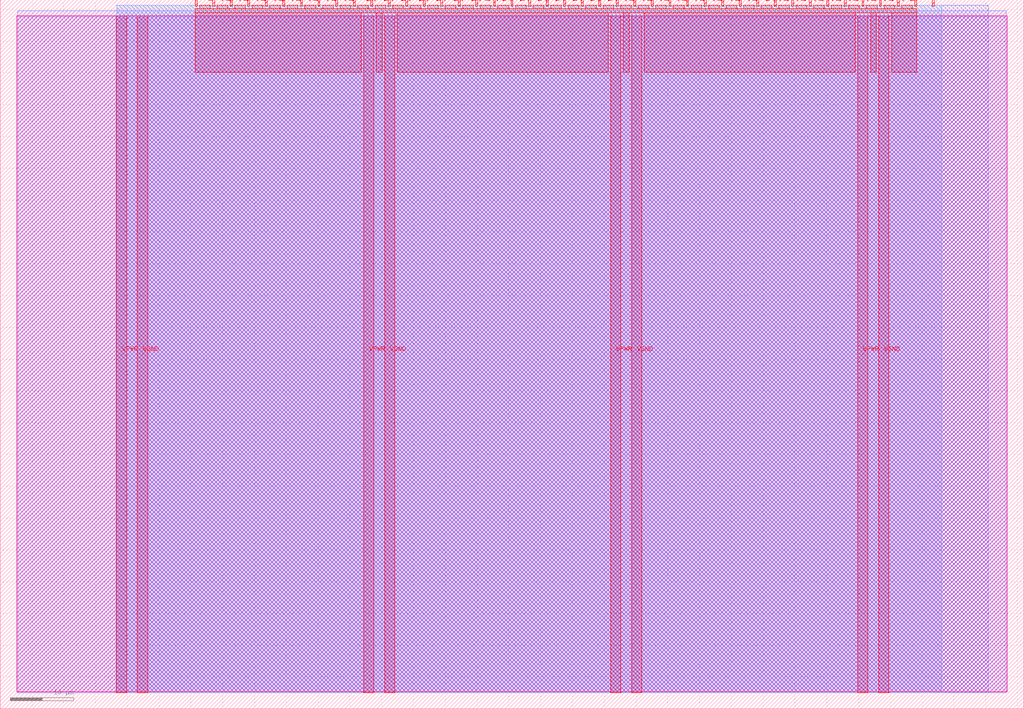
<source format=lef>
VERSION 5.7 ;
  NOWIREEXTENSIONATPIN ON ;
  DIVIDERCHAR "/" ;
  BUSBITCHARS "[]" ;
MACRO tt_um_mikael
  CLASS BLOCK ;
  FOREIGN tt_um_mikael ;
  ORIGIN 0.000 0.000 ;
  SIZE 161.000 BY 111.520 ;
  PIN VGND
    DIRECTION INOUT ;
    USE GROUND ;
    PORT
      LAYER met4 ;
        RECT 21.580 2.480 23.180 109.040 ;
    END
    PORT
      LAYER met4 ;
        RECT 60.450 2.480 62.050 109.040 ;
    END
    PORT
      LAYER met4 ;
        RECT 99.320 2.480 100.920 109.040 ;
    END
    PORT
      LAYER met4 ;
        RECT 138.190 2.480 139.790 109.040 ;
    END
  END VGND
  PIN VPWR
    DIRECTION INOUT ;
    USE POWER ;
    PORT
      LAYER met4 ;
        RECT 18.280 2.480 19.880 109.040 ;
    END
    PORT
      LAYER met4 ;
        RECT 57.150 2.480 58.750 109.040 ;
    END
    PORT
      LAYER met4 ;
        RECT 96.020 2.480 97.620 109.040 ;
    END
    PORT
      LAYER met4 ;
        RECT 134.890 2.480 136.490 109.040 ;
    END
  END VPWR
  PIN clk
    DIRECTION INPUT ;
    USE SIGNAL ;
    ANTENNAGATEAREA 0.852000 ;
    PORT
      LAYER met4 ;
        RECT 143.830 110.520 144.130 111.520 ;
    END
  END clk
  PIN ena
    DIRECTION INPUT ;
    USE SIGNAL ;
    PORT
      LAYER met4 ;
        RECT 146.590 110.520 146.890 111.520 ;
    END
  END ena
  PIN rst_n
    DIRECTION INPUT ;
    USE SIGNAL ;
    ANTENNAGATEAREA 0.213000 ;
    PORT
      LAYER met4 ;
        RECT 141.070 110.520 141.370 111.520 ;
    END
  END rst_n
  PIN ui_in[0]
    DIRECTION INPUT ;
    USE SIGNAL ;
    ANTENNAGATEAREA 0.196500 ;
    PORT
      LAYER met4 ;
        RECT 138.310 110.520 138.610 111.520 ;
    END
  END ui_in[0]
  PIN ui_in[1]
    DIRECTION INPUT ;
    USE SIGNAL ;
    ANTENNAGATEAREA 0.159000 ;
    PORT
      LAYER met4 ;
        RECT 135.550 110.520 135.850 111.520 ;
    END
  END ui_in[1]
  PIN ui_in[2]
    DIRECTION INPUT ;
    USE SIGNAL ;
    ANTENNAGATEAREA 0.196500 ;
    PORT
      LAYER met4 ;
        RECT 132.790 110.520 133.090 111.520 ;
    END
  END ui_in[2]
  PIN ui_in[3]
    DIRECTION INPUT ;
    USE SIGNAL ;
    ANTENNAGATEAREA 0.159000 ;
    PORT
      LAYER met4 ;
        RECT 130.030 110.520 130.330 111.520 ;
    END
  END ui_in[3]
  PIN ui_in[4]
    DIRECTION INPUT ;
    USE SIGNAL ;
    ANTENNAGATEAREA 0.196500 ;
    PORT
      LAYER met4 ;
        RECT 127.270 110.520 127.570 111.520 ;
    END
  END ui_in[4]
  PIN ui_in[5]
    DIRECTION INPUT ;
    USE SIGNAL ;
    ANTENNAGATEAREA 0.196500 ;
    PORT
      LAYER met4 ;
        RECT 124.510 110.520 124.810 111.520 ;
    END
  END ui_in[5]
  PIN ui_in[6]
    DIRECTION INPUT ;
    USE SIGNAL ;
    ANTENNAGATEAREA 0.196500 ;
    PORT
      LAYER met4 ;
        RECT 121.750 110.520 122.050 111.520 ;
    END
  END ui_in[6]
  PIN ui_in[7]
    DIRECTION INPUT ;
    USE SIGNAL ;
    ANTENNAGATEAREA 0.213000 ;
    PORT
      LAYER met4 ;
        RECT 118.990 110.520 119.290 111.520 ;
    END
  END ui_in[7]
  PIN uio_in[0]
    DIRECTION INPUT ;
    USE SIGNAL ;
    PORT
      LAYER met4 ;
        RECT 116.230 110.520 116.530 111.520 ;
    END
  END uio_in[0]
  PIN uio_in[1]
    DIRECTION INPUT ;
    USE SIGNAL ;
    PORT
      LAYER met4 ;
        RECT 113.470 110.520 113.770 111.520 ;
    END
  END uio_in[1]
  PIN uio_in[2]
    DIRECTION INPUT ;
    USE SIGNAL ;
    PORT
      LAYER met4 ;
        RECT 110.710 110.520 111.010 111.520 ;
    END
  END uio_in[2]
  PIN uio_in[3]
    DIRECTION INPUT ;
    USE SIGNAL ;
    PORT
      LAYER met4 ;
        RECT 107.950 110.520 108.250 111.520 ;
    END
  END uio_in[3]
  PIN uio_in[4]
    DIRECTION INPUT ;
    USE SIGNAL ;
    PORT
      LAYER met4 ;
        RECT 105.190 110.520 105.490 111.520 ;
    END
  END uio_in[4]
  PIN uio_in[5]
    DIRECTION INPUT ;
    USE SIGNAL ;
    PORT
      LAYER met4 ;
        RECT 102.430 110.520 102.730 111.520 ;
    END
  END uio_in[5]
  PIN uio_in[6]
    DIRECTION INPUT ;
    USE SIGNAL ;
    PORT
      LAYER met4 ;
        RECT 99.670 110.520 99.970 111.520 ;
    END
  END uio_in[6]
  PIN uio_in[7]
    DIRECTION INPUT ;
    USE SIGNAL ;
    PORT
      LAYER met4 ;
        RECT 96.910 110.520 97.210 111.520 ;
    END
  END uio_in[7]
  PIN uio_oe[0]
    DIRECTION OUTPUT ;
    USE SIGNAL ;
    PORT
      LAYER met4 ;
        RECT 49.990 110.520 50.290 111.520 ;
    END
  END uio_oe[0]
  PIN uio_oe[1]
    DIRECTION OUTPUT ;
    USE SIGNAL ;
    PORT
      LAYER met4 ;
        RECT 47.230 110.520 47.530 111.520 ;
    END
  END uio_oe[1]
  PIN uio_oe[2]
    DIRECTION OUTPUT ;
    USE SIGNAL ;
    PORT
      LAYER met4 ;
        RECT 44.470 110.520 44.770 111.520 ;
    END
  END uio_oe[2]
  PIN uio_oe[3]
    DIRECTION OUTPUT ;
    USE SIGNAL ;
    PORT
      LAYER met4 ;
        RECT 41.710 110.520 42.010 111.520 ;
    END
  END uio_oe[3]
  PIN uio_oe[4]
    DIRECTION OUTPUT ;
    USE SIGNAL ;
    PORT
      LAYER met4 ;
        RECT 38.950 110.520 39.250 111.520 ;
    END
  END uio_oe[4]
  PIN uio_oe[5]
    DIRECTION OUTPUT ;
    USE SIGNAL ;
    PORT
      LAYER met4 ;
        RECT 36.190 110.520 36.490 111.520 ;
    END
  END uio_oe[5]
  PIN uio_oe[6]
    DIRECTION OUTPUT ;
    USE SIGNAL ;
    PORT
      LAYER met4 ;
        RECT 33.430 110.520 33.730 111.520 ;
    END
  END uio_oe[6]
  PIN uio_oe[7]
    DIRECTION OUTPUT ;
    USE SIGNAL ;
    PORT
      LAYER met4 ;
        RECT 30.670 110.520 30.970 111.520 ;
    END
  END uio_oe[7]
  PIN uio_out[0]
    DIRECTION OUTPUT ;
    USE SIGNAL ;
    PORT
      LAYER met4 ;
        RECT 72.070 110.520 72.370 111.520 ;
    END
  END uio_out[0]
  PIN uio_out[1]
    DIRECTION OUTPUT ;
    USE SIGNAL ;
    PORT
      LAYER met4 ;
        RECT 69.310 110.520 69.610 111.520 ;
    END
  END uio_out[1]
  PIN uio_out[2]
    DIRECTION OUTPUT ;
    USE SIGNAL ;
    PORT
      LAYER met4 ;
        RECT 66.550 110.520 66.850 111.520 ;
    END
  END uio_out[2]
  PIN uio_out[3]
    DIRECTION OUTPUT ;
    USE SIGNAL ;
    PORT
      LAYER met4 ;
        RECT 63.790 110.520 64.090 111.520 ;
    END
  END uio_out[3]
  PIN uio_out[4]
    DIRECTION OUTPUT ;
    USE SIGNAL ;
    PORT
      LAYER met4 ;
        RECT 61.030 110.520 61.330 111.520 ;
    END
  END uio_out[4]
  PIN uio_out[5]
    DIRECTION OUTPUT ;
    USE SIGNAL ;
    PORT
      LAYER met4 ;
        RECT 58.270 110.520 58.570 111.520 ;
    END
  END uio_out[5]
  PIN uio_out[6]
    DIRECTION OUTPUT ;
    USE SIGNAL ;
    PORT
      LAYER met4 ;
        RECT 55.510 110.520 55.810 111.520 ;
    END
  END uio_out[6]
  PIN uio_out[7]
    DIRECTION OUTPUT ;
    USE SIGNAL ;
    PORT
      LAYER met4 ;
        RECT 52.750 110.520 53.050 111.520 ;
    END
  END uio_out[7]
  PIN uo_out[0]
    DIRECTION OUTPUT ;
    USE SIGNAL ;
    ANTENNADIFFAREA 0.445500 ;
    PORT
      LAYER met4 ;
        RECT 94.150 110.520 94.450 111.520 ;
    END
  END uo_out[0]
  PIN uo_out[1]
    DIRECTION OUTPUT ;
    USE SIGNAL ;
    ANTENNADIFFAREA 0.445500 ;
    PORT
      LAYER met4 ;
        RECT 91.390 110.520 91.690 111.520 ;
    END
  END uo_out[1]
  PIN uo_out[2]
    DIRECTION OUTPUT ;
    USE SIGNAL ;
    ANTENNADIFFAREA 0.445500 ;
    PORT
      LAYER met4 ;
        RECT 88.630 110.520 88.930 111.520 ;
    END
  END uo_out[2]
  PIN uo_out[3]
    DIRECTION OUTPUT ;
    USE SIGNAL ;
    ANTENNADIFFAREA 0.445500 ;
    PORT
      LAYER met4 ;
        RECT 85.870 110.520 86.170 111.520 ;
    END
  END uo_out[3]
  PIN uo_out[4]
    DIRECTION OUTPUT ;
    USE SIGNAL ;
    ANTENNADIFFAREA 0.445500 ;
    PORT
      LAYER met4 ;
        RECT 83.110 110.520 83.410 111.520 ;
    END
  END uo_out[4]
  PIN uo_out[5]
    DIRECTION OUTPUT ;
    USE SIGNAL ;
    ANTENNADIFFAREA 0.445500 ;
    PORT
      LAYER met4 ;
        RECT 80.350 110.520 80.650 111.520 ;
    END
  END uo_out[5]
  PIN uo_out[6]
    DIRECTION OUTPUT ;
    USE SIGNAL ;
    ANTENNADIFFAREA 0.445500 ;
    PORT
      LAYER met4 ;
        RECT 77.590 110.520 77.890 111.520 ;
    END
  END uo_out[6]
  PIN uo_out[7]
    DIRECTION OUTPUT ;
    USE SIGNAL ;
    ANTENNADIFFAREA 0.445500 ;
    PORT
      LAYER met4 ;
        RECT 74.830 110.520 75.130 111.520 ;
    END
  END uo_out[7]
  OBS
      LAYER nwell ;
        RECT 2.570 2.635 158.430 108.990 ;
      LAYER li1 ;
        RECT 2.760 2.635 158.240 108.885 ;
      LAYER met1 ;
        RECT 2.760 2.480 158.240 109.780 ;
      LAYER met2 ;
        RECT 18.310 2.535 155.380 110.685 ;
      LAYER met3 ;
        RECT 18.290 2.555 148.055 110.665 ;
      LAYER met4 ;
        RECT 31.370 110.120 33.030 110.665 ;
        RECT 34.130 110.120 35.790 110.665 ;
        RECT 36.890 110.120 38.550 110.665 ;
        RECT 39.650 110.120 41.310 110.665 ;
        RECT 42.410 110.120 44.070 110.665 ;
        RECT 45.170 110.120 46.830 110.665 ;
        RECT 47.930 110.120 49.590 110.665 ;
        RECT 50.690 110.120 52.350 110.665 ;
        RECT 53.450 110.120 55.110 110.665 ;
        RECT 56.210 110.120 57.870 110.665 ;
        RECT 58.970 110.120 60.630 110.665 ;
        RECT 61.730 110.120 63.390 110.665 ;
        RECT 64.490 110.120 66.150 110.665 ;
        RECT 67.250 110.120 68.910 110.665 ;
        RECT 70.010 110.120 71.670 110.665 ;
        RECT 72.770 110.120 74.430 110.665 ;
        RECT 75.530 110.120 77.190 110.665 ;
        RECT 78.290 110.120 79.950 110.665 ;
        RECT 81.050 110.120 82.710 110.665 ;
        RECT 83.810 110.120 85.470 110.665 ;
        RECT 86.570 110.120 88.230 110.665 ;
        RECT 89.330 110.120 90.990 110.665 ;
        RECT 92.090 110.120 93.750 110.665 ;
        RECT 94.850 110.120 96.510 110.665 ;
        RECT 97.610 110.120 99.270 110.665 ;
        RECT 100.370 110.120 102.030 110.665 ;
        RECT 103.130 110.120 104.790 110.665 ;
        RECT 105.890 110.120 107.550 110.665 ;
        RECT 108.650 110.120 110.310 110.665 ;
        RECT 111.410 110.120 113.070 110.665 ;
        RECT 114.170 110.120 115.830 110.665 ;
        RECT 116.930 110.120 118.590 110.665 ;
        RECT 119.690 110.120 121.350 110.665 ;
        RECT 122.450 110.120 124.110 110.665 ;
        RECT 125.210 110.120 126.870 110.665 ;
        RECT 127.970 110.120 129.630 110.665 ;
        RECT 130.730 110.120 132.390 110.665 ;
        RECT 133.490 110.120 135.150 110.665 ;
        RECT 136.250 110.120 137.910 110.665 ;
        RECT 139.010 110.120 140.670 110.665 ;
        RECT 141.770 110.120 143.430 110.665 ;
        RECT 30.655 109.440 144.145 110.120 ;
        RECT 30.655 100.135 56.750 109.440 ;
        RECT 59.150 100.135 60.050 109.440 ;
        RECT 62.450 100.135 95.620 109.440 ;
        RECT 98.020 100.135 98.920 109.440 ;
        RECT 101.320 100.135 134.490 109.440 ;
        RECT 136.890 100.135 137.790 109.440 ;
        RECT 140.190 100.135 144.145 109.440 ;
  END
END tt_um_mikael
END LIBRARY


</source>
